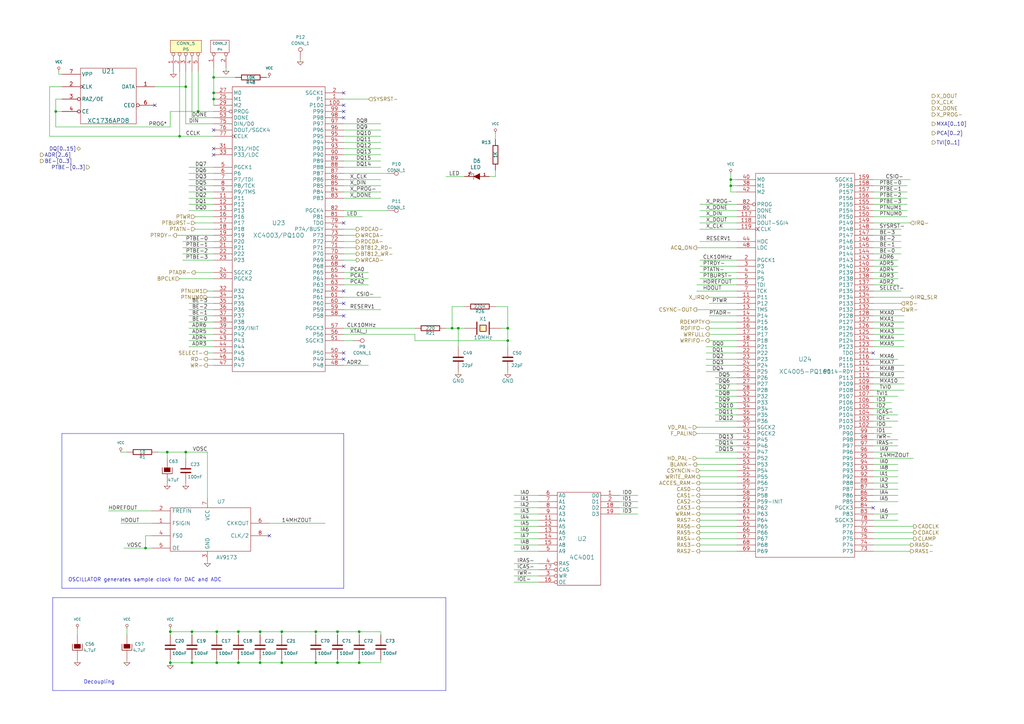
<source format=kicad_sch>
(kicad_sch (version 20200310) (host eeschema "(5.99.0-1545-g9916f24fa)")
  (page "A3")
  (title_block (title "Video") (date "Sun 22 Mar 2015") (rev "2.0B") (company "Kicad EDA") (comment 1 "Xilinxs"))
  (junction (at 147.32 271.78))
  (junction (at 299.72 76.2))
  (junction (at 68.58 185.42))
  (junction (at 299.72 73.66))
  (junction (at 138.43 271.78))
  (junction (at 129.54 259.08))
  (junction (at 78.74 271.78))
  (junction (at 76.2 35.56))
  (junction (at 106.68 259.08))
  (junction (at 115.57 259.08))
  (junction (at 88.9 259.08))
  (junction (at 208.28 139.7))
  (junction (at 88.9 271.78))
  (junction (at 76.2 185.42))
  (junction (at 87.63 31.75))
  (junction (at 106.68 271.78))
  (junction (at 69.85 259.08))
  (junction (at 97.79 259.08))
  (junction (at 69.85 271.78))
  (junction (at 81.28 45.72))
  (junction (at 185.42 134.62))
  (junction (at 138.43 259.08))
  (junction (at 87.63 40.64))
  (junction (at 115.57 271.78))
  (junction (at 187.96 134.62))
  (junction (at 78.74 259.08))
  (junction (at 129.54 271.78))
  (junction (at 147.32 259.08))
  (junction (at 59.69 224.79))
  (junction (at 97.79 271.78))
  (junction (at 87.63 38.1))
  (junction (at 208.28 134.62))
  (junction (at 22.86 45.72))
  (junction (at 73.66 55.88))
  (no_connect (at 140.97 124.46))
  (no_connect (at 140.97 129.54))
  (no_connect (at 140.97 119.38))
  (no_connect (at 140.97 144.78))
  (no_connect (at 87.63 63.5))
  (no_connect (at 140.97 48.26))
  (no_connect (at 358.14 144.78))
  (no_connect (at 140.97 147.32))
  (no_connect (at 63.5 43.18))
  (no_connect (at 140.97 38.1))
  (no_connect (at 358.14 208.28))
  (no_connect (at 87.63 53.34))
  (no_connect (at 110.49 219.71))
  (no_connect (at 140.97 109.22))
  (no_connect (at 140.97 43.18))
  (no_connect (at 87.63 60.96))
  (no_connect (at 140.97 91.44))
  (no_connect (at 140.97 45.72))
  (wire (pts (xy 20.32 35.56) (xy 20.32 55.88)))
  (wire (pts (xy 20.32 55.88) (xy 73.66 55.88)))
  (wire (pts (xy 22.86 40.64) (xy 22.86 45.72)))
  (wire (pts (xy 22.86 45.72) (xy 22.86 52.07)))
  (wire (pts (xy 22.86 52.07) (xy 69.85 52.07)))
  (wire (pts (xy 24.13 29.21) (xy 24.13 30.48)))
  (wire (pts (xy 24.13 30.48) (xy 25.4 30.48)))
  (wire (pts (xy 25.4 35.56) (xy 20.32 35.56)))
  (wire (pts (xy 25.4 40.64) (xy 22.86 40.64)))
  (wire (pts (xy 25.4 45.72) (xy 22.86 45.72)))
  (wire (pts (xy 31.75 257.81) (xy 31.75 260.35)))
  (wire (pts (xy 31.75 271.78) (xy 31.75 270.51)))
  (wire (pts (xy 44.45 209.55) (xy 62.23 209.55)))
  (wire (pts (xy 49.53 214.63) (xy 62.23 214.63)))
  (wire (pts (xy 50.8 224.79) (xy 59.69 224.79)))
  (wire (pts (xy 52.07 185.42) (xy 49.53 185.42)))
  (wire (pts (xy 52.07 257.81) (xy 52.07 260.35)))
  (wire (pts (xy 52.07 271.78) (xy 52.07 270.51)))
  (wire (pts (xy 59.69 219.71) (xy 62.23 219.71)))
  (wire (pts (xy 59.69 224.79) (xy 59.69 219.71)))
  (wire (pts (xy 59.69 224.79) (xy 62.23 224.79)))
  (wire (pts (xy 63.5 35.56) (xy 76.2 35.56)))
  (wire (pts (xy 64.77 185.42) (xy 68.58 185.42)))
  (wire (pts (xy 68.58 185.42) (xy 68.58 187.96)))
  (wire (pts (xy 68.58 185.42) (xy 76.2 185.42)))
  (wire (pts (xy 68.58 199.39) (xy 68.58 198.12)))
  (wire (pts (xy 69.85 45.72) (xy 81.28 45.72)))
  (wire (pts (xy 69.85 52.07) (xy 69.85 45.72)))
  (wire (pts (xy 69.85 257.81) (xy 69.85 259.08)))
  (wire (pts (xy 69.85 259.08) (xy 69.85 260.35)))
  (wire (pts (xy 69.85 259.08) (xy 78.74 259.08)))
  (wire (pts (xy 69.85 270.51) (xy 69.85 271.78)))
  (wire (pts (xy 69.85 271.78) (xy 69.85 273.05)))
  (wire (pts (xy 69.85 271.78) (xy 78.74 271.78)))
  (wire (pts (xy 71.12 30.48) (xy 71.12 29.21)))
  (wire (pts (xy 72.39 96.52) (xy 87.63 96.52)))
  (wire (pts (xy 73.66 29.21) (xy 73.66 55.88)))
  (wire (pts (xy 73.66 55.88) (xy 87.63 55.88)))
  (wire (pts (xy 76.2 29.21) (xy 76.2 35.56)))
  (wire (pts (xy 76.2 35.56) (xy 76.2 50.8)))
  (wire (pts (xy 76.2 50.8) (xy 87.63 50.8)))
  (wire (pts (xy 76.2 185.42) (xy 76.2 187.96)))
  (wire (pts (xy 76.2 185.42) (xy 85.09 185.42)))
  (wire (pts (xy 76.2 199.39) (xy 76.2 198.12)))
  (wire (pts (xy 77.47 68.58) (xy 87.63 68.58)))
  (wire (pts (xy 77.47 71.12) (xy 87.63 71.12)))
  (wire (pts (xy 77.47 73.66) (xy 87.63 73.66)))
  (wire (pts (xy 77.47 76.2) (xy 87.63 76.2)))
  (wire (pts (xy 77.47 78.74) (xy 87.63 78.74)))
  (wire (pts (xy 77.47 81.28) (xy 87.63 81.28)))
  (wire (pts (xy 77.47 83.82) (xy 87.63 83.82)))
  (wire (pts (xy 77.47 86.36) (xy 87.63 86.36)))
  (wire (pts (xy 78.74 29.21) (xy 78.74 48.26)))
  (wire (pts (xy 78.74 48.26) (xy 87.63 48.26)))
  (wire (pts (xy 78.74 259.08) (xy 88.9 259.08)))
  (wire (pts (xy 78.74 260.35) (xy 78.74 259.08)))
  (wire (pts (xy 78.74 270.51) (xy 78.74 271.78)))
  (wire (pts (xy 78.74 271.78) (xy 88.9 271.78)))
  (wire (pts (xy 80.01 88.9) (xy 87.63 88.9)))
  (wire (pts (xy 80.01 91.44) (xy 87.63 91.44)))
  (wire (pts (xy 80.01 93.98) (xy 87.63 93.98)))
  (wire (pts (xy 80.01 111.76) (xy 87.63 111.76)))
  (wire (pts (xy 81.28 29.21) (xy 81.28 45.72)))
  (wire (pts (xy 81.28 45.72) (xy 87.63 45.72)))
  (wire (pts (xy 85.09 119.38) (xy 87.63 119.38)))
  (wire (pts (xy 85.09 121.92) (xy 87.63 121.92)))
  (wire (pts (xy 85.09 144.78) (xy 87.63 144.78)))
  (wire (pts (xy 85.09 147.32) (xy 87.63 147.32)))
  (wire (pts (xy 85.09 149.86) (xy 87.63 149.86)))
  (wire (pts (xy 85.09 185.42) (xy 85.09 204.47)))
  (wire (pts (xy 85.09 229.87) (xy 85.09 231.14)))
  (wire (pts (xy 87.63 27.94) (xy 87.63 31.75)))
  (wire (pts (xy 87.63 31.75) (xy 87.63 38.1)))
  (wire (pts (xy 87.63 38.1) (xy 87.63 40.64)))
  (wire (pts (xy 87.63 40.64) (xy 87.63 43.18)))
  (wire (pts (xy 87.63 99.06) (xy 74.93 99.06)))
  (wire (pts (xy 87.63 101.6) (xy 74.93 101.6)))
  (wire (pts (xy 87.63 104.14) (xy 74.93 104.14)))
  (wire (pts (xy 87.63 106.68) (xy 74.93 106.68)))
  (wire (pts (xy 87.63 114.3) (xy 73.66 114.3)))
  (wire (pts (xy 87.63 124.46) (xy 77.47 124.46)))
  (wire (pts (xy 87.63 127) (xy 77.47 127)))
  (wire (pts (xy 87.63 129.54) (xy 77.47 129.54)))
  (wire (pts (xy 87.63 132.08) (xy 77.47 132.08)))
  (wire (pts (xy 87.63 134.62) (xy 77.47 134.62)))
  (wire (pts (xy 87.63 137.16) (xy 77.47 137.16)))
  (wire (pts (xy 87.63 139.7) (xy 77.47 139.7)))
  (wire (pts (xy 87.63 142.24) (xy 77.47 142.24)))
  (wire (pts (xy 88.9 259.08) (xy 88.9 260.35)))
  (wire (pts (xy 88.9 259.08) (xy 97.79 259.08)))
  (wire (pts (xy 88.9 270.51) (xy 88.9 271.78)))
  (wire (pts (xy 88.9 271.78) (xy 97.79 271.78)))
  (wire (pts (xy 92.71 29.21) (xy 92.71 27.94)))
  (wire (pts (xy 96.52 31.75) (xy 87.63 31.75)))
  (wire (pts (xy 97.79 259.08) (xy 106.68 259.08)))
  (wire (pts (xy 97.79 260.35) (xy 97.79 259.08)))
  (wire (pts (xy 97.79 270.51) (xy 97.79 271.78)))
  (wire (pts (xy 97.79 271.78) (xy 106.68 271.78)))
  (wire (pts (xy 106.68 259.08) (xy 106.68 260.35)))
  (wire (pts (xy 106.68 259.08) (xy 115.57 259.08)))
  (wire (pts (xy 106.68 270.51) (xy 106.68 271.78)))
  (wire (pts (xy 106.68 271.78) (xy 115.57 271.78)))
  (wire (pts (xy 110.49 31.75) (xy 109.22 31.75)))
  (wire (pts (xy 110.49 214.63) (xy 133.35 214.63)))
  (wire (pts (xy 115.57 259.08) (xy 115.57 260.35)))
  (wire (pts (xy 115.57 259.08) (xy 129.54 259.08)))
  (wire (pts (xy 115.57 270.51) (xy 115.57 271.78)))
  (wire (pts (xy 115.57 271.78) (xy 129.54 271.78)))
  (wire (pts (xy 123.19 24.13) (xy 123.19 25.4)))
  (wire (pts (xy 129.54 259.08) (xy 129.54 260.35)))
  (wire (pts (xy 129.54 259.08) (xy 138.43 259.08)))
  (wire (pts (xy 129.54 271.78) (xy 129.54 270.51)))
  (wire (pts (xy 129.54 271.78) (xy 138.43 271.78)))
  (wire (pts (xy 138.43 259.08) (xy 138.43 260.35)))
  (wire (pts (xy 138.43 259.08) (xy 147.32 259.08)))
  (wire (pts (xy 138.43 271.78) (xy 138.43 270.51)))
  (wire (pts (xy 138.43 271.78) (xy 147.32 271.78)))
  (wire (pts (xy 140.97 50.8) (xy 156.21 50.8)))
  (wire (pts (xy 140.97 53.34) (xy 156.21 53.34)))
  (wire (pts (xy 140.97 55.88) (xy 156.21 55.88)))
  (wire (pts (xy 140.97 58.42) (xy 156.21 58.42)))
  (wire (pts (xy 140.97 60.96) (xy 156.21 60.96)))
  (wire (pts (xy 140.97 63.5) (xy 156.21 63.5)))
  (wire (pts (xy 140.97 66.04) (xy 156.21 66.04)))
  (wire (pts (xy 140.97 68.58) (xy 156.21 68.58)))
  (wire (pts (xy 140.97 71.12) (xy 158.75 71.12)))
  (wire (pts (xy 140.97 73.66) (xy 156.21 73.66)))
  (wire (pts (xy 140.97 76.2) (xy 156.21 76.2)))
  (wire (pts (xy 140.97 78.74) (xy 156.21 78.74)))
  (wire (pts (xy 140.97 81.28) (xy 156.21 81.28)))
  (wire (pts (xy 140.97 86.36) (xy 158.75 86.36)))
  (wire (pts (xy 140.97 88.9) (xy 148.59 88.9)))
  (wire (pts (xy 140.97 93.98) (xy 146.05 93.98)))
  (wire (pts (xy 140.97 96.52) (xy 146.05 96.52)))
  (wire (pts (xy 140.97 99.06) (xy 146.05 99.06)))
  (wire (pts (xy 140.97 101.6) (xy 146.05 101.6)))
  (wire (pts (xy 140.97 104.14) (xy 146.05 104.14)))
  (wire (pts (xy 140.97 106.68) (xy 146.05 106.68)))
  (wire (pts (xy 140.97 111.76) (xy 151.13 111.76)))
  (wire (pts (xy 140.97 114.3) (xy 151.13 114.3)))
  (wire (pts (xy 140.97 116.84) (xy 151.13 116.84)))
  (wire (pts (xy 140.97 121.92) (xy 156.21 121.92)))
  (wire (pts (xy 140.97 134.62) (xy 170.18 134.62)))
  (wire (pts (xy 140.97 139.7) (xy 144.78 139.7)))
  (wire (pts (xy 147.32 259.08) (xy 147.32 260.35)))
  (wire (pts (xy 147.32 259.08) (xy 156.21 259.08)))
  (wire (pts (xy 147.32 271.78) (xy 147.32 270.51)))
  (wire (pts (xy 147.32 271.78) (xy 156.21 271.78)))
  (wire (pts (xy 151.13 40.64) (xy 140.97 40.64)))
  (wire (pts (xy 151.13 149.86) (xy 140.97 149.86)))
  (wire (pts (xy 156.21 127) (xy 140.97 127)))
  (wire (pts (xy 156.21 259.08) (xy 156.21 260.35)))
  (wire (pts (xy 156.21 271.78) (xy 156.21 270.51)))
  (wire (pts (xy 170.18 137.16) (xy 140.97 137.16)))
  (wire (pts (xy 170.18 139.7) (xy 170.18 137.16)))
  (wire (pts (xy 182.88 72.39) (xy 190.5 72.39)))
  (wire (pts (xy 182.88 134.62) (xy 185.42 134.62)))
  (wire (pts (xy 185.42 125.73) (xy 185.42 134.62)))
  (wire (pts (xy 185.42 125.73) (xy 190.5 125.73)))
  (wire (pts (xy 185.42 134.62) (xy 187.96 134.62)))
  (wire (pts (xy 187.96 134.62) (xy 187.96 142.24)))
  (wire (pts (xy 187.96 134.62) (xy 190.5 134.62)))
  (wire (pts (xy 187.96 153.67) (xy 187.96 152.4)))
  (wire (pts (xy 200.66 72.39) (xy 203.2 72.39)))
  (wire (pts (xy 203.2 54.61) (xy 203.2 57.15)))
  (wire (pts (xy 203.2 72.39) (xy 203.2 69.85)))
  (wire (pts (xy 203.2 125.73) (xy 208.28 125.73)))
  (wire (pts (xy 205.74 134.62) (xy 208.28 134.62)))
  (wire (pts (xy 208.28 125.73) (xy 208.28 134.62)))
  (wire (pts (xy 208.28 134.62) (xy 208.28 139.7)))
  (wire (pts (xy 208.28 139.7) (xy 170.18 139.7)))
  (wire (pts (xy 208.28 139.7) (xy 208.28 142.24)))
  (wire (pts (xy 208.28 152.4) (xy 208.28 153.67)))
  (wire (pts (xy 220.98 203.2) (xy 210.82 203.2)))
  (wire (pts (xy 220.98 205.74) (xy 210.82 205.74)))
  (wire (pts (xy 220.98 208.28) (xy 210.82 208.28)))
  (wire (pts (xy 220.98 210.82) (xy 210.82 210.82)))
  (wire (pts (xy 220.98 213.36) (xy 210.82 213.36)))
  (wire (pts (xy 220.98 215.9) (xy 210.82 215.9)))
  (wire (pts (xy 220.98 218.44) (xy 210.82 218.44)))
  (wire (pts (xy 220.98 220.98) (xy 210.82 220.98)))
  (wire (pts (xy 220.98 223.52) (xy 210.82 223.52)))
  (wire (pts (xy 220.98 226.06) (xy 210.82 226.06)))
  (wire (pts (xy 220.98 231.14) (xy 210.82 231.14)))
  (wire (pts (xy 220.98 233.68) (xy 210.82 233.68)))
  (wire (pts (xy 220.98 236.22) (xy 210.82 236.22)))
  (wire (pts (xy 220.98 238.76) (xy 210.82 238.76)))
  (wire (pts (xy 254 203.2) (xy 261.62 203.2)))
  (wire (pts (xy 254 205.74) (xy 261.62 205.74)))
  (wire (pts (xy 254 208.28) (xy 261.62 208.28)))
  (wire (pts (xy 254 210.82) (xy 261.62 210.82)))
  (wire (pts (xy 285.75 101.6) (xy 302.26 101.6)))
  (wire (pts (xy 285.75 116.84) (xy 302.26 116.84)))
  (wire (pts (xy 285.75 119.38) (xy 302.26 119.38)))
  (wire (pts (xy 285.75 127) (xy 302.26 127)))
  (wire (pts (xy 285.75 175.26) (xy 302.26 175.26)))
  (wire (pts (xy 285.75 177.8) (xy 302.26 177.8)))
  (wire (pts (xy 285.75 187.96) (xy 302.26 187.96)))
  (wire (pts (xy 285.75 190.5) (xy 302.26 190.5)))
  (wire (pts (xy 287.02 83.82) (xy 302.26 83.82)))
  (wire (pts (xy 287.02 86.36) (xy 302.26 86.36)))
  (wire (pts (xy 287.02 88.9) (xy 302.26 88.9)))
  (wire (pts (xy 287.02 91.44) (xy 302.26 91.44)))
  (wire (pts (xy 287.02 93.98) (xy 302.26 93.98)))
  (wire (pts (xy 287.02 106.68) (xy 302.26 106.68)))
  (wire (pts (xy 287.02 193.04) (xy 302.26 193.04)))
  (wire (pts (xy 287.02 195.58) (xy 302.26 195.58)))
  (wire (pts (xy 287.02 198.12) (xy 302.26 198.12)))
  (wire (pts (xy 287.02 200.66) (xy 302.26 200.66)))
  (wire (pts (xy 287.02 203.2) (xy 302.26 203.2)))
  (wire (pts (xy 287.02 205.74) (xy 302.26 205.74)))
  (wire (pts (xy 287.02 208.28) (xy 302.26 208.28)))
  (wire (pts (xy 287.02 210.82) (xy 302.26 210.82)))
  (wire (pts (xy 287.02 213.36) (xy 302.26 213.36)))
  (wire (pts (xy 287.02 215.9) (xy 302.26 215.9)))
  (wire (pts (xy 287.02 218.44) (xy 302.26 218.44)))
  (wire (pts (xy 287.02 220.98) (xy 302.26 220.98)))
  (wire (pts (xy 287.02 223.52) (xy 302.26 223.52)))
  (wire (pts (xy 287.02 226.06) (xy 302.26 226.06)))
  (wire (pts (xy 290.83 134.62) (xy 302.26 134.62)))
  (wire (pts (xy 290.83 139.7) (xy 302.26 139.7)))
  (wire (pts (xy 293.37 160.02) (xy 302.26 160.02)))
  (wire (pts (xy 293.37 162.56) (xy 302.26 162.56)))
  (wire (pts (xy 293.37 165.1) (xy 302.26 165.1)))
  (wire (pts (xy 293.37 167.64) (xy 302.26 167.64)))
  (wire (pts (xy 293.37 170.18) (xy 302.26 170.18)))
  (wire (pts (xy 293.37 172.72) (xy 302.26 172.72)))
  (wire (pts (xy 293.37 180.34) (xy 302.26 180.34)))
  (wire (pts (xy 293.37 182.88) (xy 302.26 182.88)))
  (wire (pts (xy 293.37 185.42) (xy 302.26 185.42)))
  (wire (pts (xy 299.72 71.12) (xy 299.72 73.66)))
  (wire (pts (xy 299.72 73.66) (xy 299.72 76.2)))
  (wire (pts (xy 299.72 73.66) (xy 302.26 73.66)))
  (wire (pts (xy 299.72 76.2) (xy 299.72 78.74)))
  (wire (pts (xy 299.72 76.2) (xy 302.26 76.2)))
  (wire (pts (xy 299.72 78.74) (xy 302.26 78.74)))
  (wire (pts (xy 302.26 99.06) (xy 287.02 99.06)))
  (wire (pts (xy 302.26 109.22) (xy 287.02 109.22)))
  (wire (pts (xy 302.26 111.76) (xy 287.02 111.76)))
  (wire (pts (xy 302.26 114.3) (xy 287.02 114.3)))
  (wire (pts (xy 302.26 121.92) (xy 290.83 121.92)))
  (wire (pts (xy 302.26 124.46) (xy 290.83 124.46)))
  (wire (pts (xy 302.26 129.54) (xy 290.83 129.54)))
  (wire (pts (xy 302.26 132.08) (xy 290.83 132.08)))
  (wire (pts (xy 302.26 137.16) (xy 290.83 137.16)))
  (wire (pts (xy 302.26 142.24) (xy 289.56 142.24)))
  (wire (pts (xy 302.26 144.78) (xy 289.56 144.78)))
  (wire (pts (xy 302.26 147.32) (xy 289.56 147.32)))
  (wire (pts (xy 302.26 149.86) (xy 289.56 149.86)))
  (wire (pts (xy 302.26 152.4) (xy 289.56 152.4)))
  (wire (pts (xy 302.26 154.94) (xy 293.37 154.94)))
  (wire (pts (xy 302.26 157.48) (xy 293.37 157.48)))
  (wire (pts (xy 358.14 73.66) (xy 373.38 73.66)))
  (wire (pts (xy 358.14 91.44) (xy 373.38 91.44)))
  (wire (pts (xy 358.14 106.68) (xy 368.3 106.68)))
  (wire (pts (xy 358.14 119.38) (xy 369.57 119.38)))
  (wire (pts (xy 358.14 121.92) (xy 373.38 121.92)))
  (wire (pts (xy 358.14 124.46) (xy 369.57 124.46)))
  (wire (pts (xy 358.14 127) (xy 369.57 127)))
  (wire (pts (xy 358.14 129.54) (xy 370.84 129.54)))
  (wire (pts (xy 358.14 132.08) (xy 370.84 132.08)))
  (wire (pts (xy 358.14 134.62) (xy 370.84 134.62)))
  (wire (pts (xy 358.14 137.16) (xy 370.84 137.16)))
  (wire (pts (xy 358.14 139.7) (xy 370.84 139.7)))
  (wire (pts (xy 358.14 142.24) (xy 370.84 142.24)))
  (wire (pts (xy 358.14 147.32) (xy 368.3 147.32)))
  (wire (pts (xy 358.14 149.86) (xy 370.84 149.86)))
  (wire (pts (xy 358.14 152.4) (xy 370.84 152.4)))
  (wire (pts (xy 358.14 154.94) (xy 370.84 154.94)))
  (wire (pts (xy 358.14 157.48) (xy 370.84 157.48)))
  (wire (pts (xy 358.14 160.02) (xy 370.84 160.02)))
  (wire (pts (xy 358.14 162.56) (xy 368.3 162.56)))
  (wire (pts (xy 358.14 165.1) (xy 365.76 165.1)))
  (wire (pts (xy 358.14 167.64) (xy 365.76 167.64)))
  (wire (pts (xy 358.14 175.26) (xy 365.76 175.26)))
  (wire (pts (xy 358.14 177.8) (xy 365.76 177.8)))
  (wire (pts (xy 358.14 187.96) (xy 374.65 187.96)))
  (wire (pts (xy 358.14 215.9) (xy 374.65 215.9)))
  (wire (pts (xy 358.14 218.44) (xy 374.65 218.44)))
  (wire (pts (xy 358.14 220.98) (xy 374.65 220.98)))
  (wire (pts (xy 358.14 223.52) (xy 373.38 223.52)))
  (wire (pts (xy 358.14 226.06) (xy 373.38 226.06)))
  (wire (pts (xy 368.3 109.22) (xy 358.14 109.22)))
  (wire (pts (xy 368.3 111.76) (xy 358.14 111.76)))
  (wire (pts (xy 368.3 114.3) (xy 358.14 114.3)))
  (wire (pts (xy 368.3 116.84) (xy 358.14 116.84)))
  (wire (pts (xy 368.3 170.18) (xy 358.14 170.18)))
  (wire (pts (xy 368.3 172.72) (xy 358.14 172.72)))
  (wire (pts (xy 368.3 180.34) (xy 358.14 180.34)))
  (wire (pts (xy 368.3 182.88) (xy 358.14 182.88)))
  (wire (pts (xy 368.3 185.42) (xy 358.14 185.42)))
  (wire (pts (xy 368.3 190.5) (xy 358.14 190.5)))
  (wire (pts (xy 368.3 193.04) (xy 358.14 193.04)))
  (wire (pts (xy 368.3 195.58) (xy 358.14 195.58)))
  (wire (pts (xy 368.3 198.12) (xy 358.14 198.12)))
  (wire (pts (xy 368.3 200.66) (xy 358.14 200.66)))
  (wire (pts (xy 368.3 203.2) (xy 358.14 203.2)))
  (wire (pts (xy 368.3 205.74) (xy 358.14 205.74)))
  (wire (pts (xy 368.3 210.82) (xy 358.14 210.82)))
  (wire (pts (xy 368.3 213.36) (xy 358.14 213.36)))
  (wire (pts (xy 369.57 93.98) (xy 358.14 93.98)))
  (wire (pts (xy 369.57 96.52) (xy 358.14 96.52)))
  (wire (pts (xy 369.57 99.06) (xy 358.14 99.06)))
  (wire (pts (xy 369.57 101.6) (xy 358.14 101.6)))
  (wire (pts (xy 369.57 104.14) (xy 358.14 104.14)))
  (wire (pts (xy 372.11 76.2) (xy 358.14 76.2)))
  (wire (pts (xy 372.11 78.74) (xy 358.14 78.74)))
  (wire (pts (xy 372.11 81.28) (xy 358.14 81.28)))
  (wire (pts (xy 372.11 83.82) (xy 358.14 83.82)))
  (wire (pts (xy 372.11 86.36) (xy 358.14 86.36)))
  (wire (pts (xy 372.11 88.9) (xy 358.14 88.9)))
  (polyline (pts (xy 21.59 245.11) (xy 182.88 245.11)))
  (polyline (pts (xy 21.59 283.21) (xy 21.59 245.11)))
  (polyline (pts (xy 21.59 283.21) (xy 182.88 283.21)))
  (polyline (pts (xy 25.4 177.8) (xy 140.97 177.8)))
  (polyline (pts (xy 25.4 241.3) (xy 25.4 177.8)))
  (polyline (pts (xy 25.4 241.3) (xy 140.97 241.3)))
  (polyline (pts (xy 140.97 241.3) (xy 140.97 177.8)))
  (polyline (pts (xy 182.88 283.21) (xy 182.88 245.11)))
  (text "OSCILLATOR generates sample clock for DAC and ADC" (at 27.94 238.76 0) (effects (font (size 1.524 1.524)) (justify left bottom)))
  (text "Decoupling" (at 34.29 280.67 0) (effects (font (size 1.524 1.524)) (justify left bottom)))
  (label "HDREFOUT" (at 44.45 209.55 0) (effects (font (size 1.524 1.524))))
  (label "HDOUT" (at 49.53 214.63 0) (effects (font (size 1.524 1.524))))
  (label "VOSC" (at 52.07 224.79 0) (effects (font (size 1.524 1.524))))
  (label "PROG*" (at 60.96 52.07 0) (effects (font (size 1.524 1.524))))
  (label "CCLK" (at 76.2 55.88 0) (effects (font (size 1.524 1.524))))
  (label "PTBE-0" (at 76.2 99.06 0) (effects (font (size 1.524 1.524))))
  (label "PTBE-1" (at 76.2 101.6 0) (effects (font (size 1.524 1.524))))
  (label "PTBE-2" (at 76.2 104.14 0) (effects (font (size 1.524 1.524))))
  (label "PTBE-3" (at 76.2 106.68 0) (effects (font (size 1.524 1.524))))
  (label "DIN" (at 77.47 50.8 0) (effects (font (size 1.524 1.524))))
  (label "DONE" (at 78.74 48.26 0) (effects (font (size 1.524 1.524))))
  (label "BE-3" (at 78.74 124.46 0) (effects (font (size 1.524 1.524))))
  (label "BE-2" (at 78.74 127 0) (effects (font (size 1.524 1.524))))
  (label "BE-1" (at 78.74 129.54 0) (effects (font (size 1.524 1.524))))
  (label "BE-0" (at 78.74 132.08 0) (effects (font (size 1.524 1.524))))
  (label "ADR6" (at 78.74 134.62 0) (effects (font (size 1.524 1.524))))
  (label "ADR5" (at 78.74 137.16 0) (effects (font (size 1.524 1.524))))
  (label "ADR4" (at 78.74 139.7 0) (effects (font (size 1.524 1.524))))
  (label "ADR3" (at 78.74 142.24 0) (effects (font (size 1.524 1.524))))
  (label "DQ7" (at 80.01 68.58 0) (effects (font (size 1.524 1.524))))
  (label "DQ6" (at 80.01 71.12 0) (effects (font (size 1.524 1.524))))
  (label "DQ3" (at 80.01 73.66 0) (effects (font (size 1.524 1.524))))
  (label "DQ5" (at 80.01 76.2 0) (effects (font (size 1.524 1.524))))
  (label "DQ4" (at 80.01 78.74 0) (effects (font (size 1.524 1.524))))
  (label "DQ2" (at 80.01 81.28 0) (effects (font (size 1.524 1.524))))
  (label "DQ1" (at 80.01 83.82 0) (effects (font (size 1.524 1.524))))
  (label "DQ0" (at 80.01 86.36 0) (effects (font (size 1.524 1.524))))
  (label "VOSC" (at 85.09 185.42 180) (effects (font (size 1.524 1.524))))
  (label "14MHZOUT" (at 115.57 214.63 0) (effects (font (size 1.524 1.524))))
  (label "LED" (at 142.24 88.9 0) (effects (font (size 1.524 1.524))))
  (label "CLK10MHz" (at 142.24 134.62 0) (effects (font (size 1.524 1.524))))
  (label "ADR2" (at 142.24 149.86 0) (effects (font (size 1.524 1.524))))
  (label "X_CLK" (at 143.51 73.66 0) (effects (font (size 1.524 1.524))))
  (label "X_DIN" (at 143.51 76.2 0) (effects (font (size 1.524 1.524))))
  (label "X_PROG-" (at 143.51 78.74 0) (effects (font (size 1.524 1.524))))
  (label "X_DONE" (at 143.51 81.28 0) (effects (font (size 1.524 1.524))))
  (label "PCA0" (at 143.51 111.76 0) (effects (font (size 1.524 1.524))))
  (label "PCA1" (at 143.51 114.3 0) (effects (font (size 1.524 1.524))))
  (label "PCA2" (at 143.51 116.84 0) (effects (font (size 1.524 1.524))))
  (label "RESERV1" (at 143.51 127 0) (effects (font (size 1.524 1.524))))
  (label "XTAL_I" (at 143.51 137.16 0) (effects (font (size 1.524 1.524))))
  (label "DQ8" (at 146.05 50.8 0) (effects (font (size 1.524 1.524))))
  (label "DQ9" (at 146.05 53.34 0) (effects (font (size 1.524 1.524))))
  (label "DQ10" (at 146.05 55.88 0) (effects (font (size 1.524 1.524))))
  (label "DQ11" (at 146.05 58.42 0) (effects (font (size 1.524 1.524))))
  (label "DQ12" (at 146.05 60.96 0) (effects (font (size 1.524 1.524))))
  (label "DQ13" (at 146.05 63.5 0) (effects (font (size 1.524 1.524))))
  (label "DQ15" (at 146.05 66.04 0) (effects (font (size 1.524 1.524))))
  (label "DQ14" (at 146.05 68.58 0) (effects (font (size 1.524 1.524))))
  (label "CSIO-" (at 146.05 121.92 0) (effects (font (size 1.524 1.524))))
  (label "LED" (at 184.15 72.39 0) (effects (font (size 1.524 1.524))))
  (label "IRAS-" (at 212.09 231.14 0) (effects (font (size 1.524 1.524))))
  (label "ICAS-" (at 212.09 233.68 0) (effects (font (size 1.524 1.524))))
  (label "IWR-" (at 212.09 236.22 0) (effects (font (size 1.524 1.524))))
  (label "IOE-" (at 212.09 238.76 0) (effects (font (size 1.524 1.524))))
  (label "IA0" (at 213.36 203.2 0) (effects (font (size 1.524 1.524))))
  (label "IA1" (at 213.36 205.74 0) (effects (font (size 1.524 1.524))))
  (label "IA2" (at 213.36 208.28 0) (effects (font (size 1.524 1.524))))
  (label "IA3" (at 213.36 210.82 0) (effects (font (size 1.524 1.524))))
  (label "IA4" (at 213.36 213.36 0) (effects (font (size 1.524 1.524))))
  (label "IA5" (at 213.36 215.9 0) (effects (font (size 1.524 1.524))))
  (label "IA6" (at 213.36 218.44 0) (effects (font (size 1.524 1.524))))
  (label "IA7" (at 213.36 220.98 0) (effects (font (size 1.524 1.524))))
  (label "IA8" (at 213.36 223.52 0) (effects (font (size 1.524 1.524))))
  (label "IA9" (at 213.36 226.06 0) (effects (font (size 1.524 1.524))))
  (label "ID0" (at 255.27 203.2 0) (effects (font (size 1.524 1.524))))
  (label "ID1" (at 255.27 205.74 0) (effects (font (size 1.524 1.524))))
  (label "ID2" (at 255.27 208.28 0) (effects (font (size 1.524 1.524))))
  (label "ID3" (at 255.27 210.82 0) (effects (font (size 1.524 1.524))))
  (label "CLK10MHz" (at 288.29 106.68 0) (effects (font (size 1.524 1.524))))
  (label "PTRDY-" (at 288.29 109.22 0) (effects (font (size 1.524 1.524))))
  (label "PTATN-" (at 288.29 111.76 0) (effects (font (size 1.524 1.524))))
  (label "PTBURST-" (at 288.29 114.3 0) (effects (font (size 1.524 1.524))))
  (label "HDREFOUT" (at 288.29 116.84 0) (effects (font (size 1.524 1.524))))
  (label "HDOUT" (at 288.29 119.38 0) (effects (font (size 1.524 1.524))))
  (label "X_PROG-" (at 289.56 83.82 0) (effects (font (size 1.524 1.524))))
  (label "X_DONE" (at 289.56 86.36 0) (effects (font (size 1.524 1.524))))
  (label "X_DIN" (at 289.56 88.9 0) (effects (font (size 1.524 1.524))))
  (label "X_DOUT" (at 289.56 91.44 0) (effects (font (size 1.524 1.524))))
  (label "X_CLK" (at 289.56 93.98 0) (effects (font (size 1.524 1.524))))
  (label "RESERV1" (at 289.56 99.06 0) (effects (font (size 1.524 1.524))))
  (label "PTADR-" (at 290.83 129.54 0) (effects (font (size 1.524 1.524))))
  (label "PTWR" (at 292.1 124.46 0) (effects (font (size 1.524 1.524))))
  (label "DQ0" (at 292.1 142.24 0) (effects (font (size 1.524 1.524))))
  (label "DQ1" (at 292.1 144.78 0) (effects (font (size 1.524 1.524))))
  (label "DQ2" (at 292.1 147.32 0) (effects (font (size 1.524 1.524))))
  (label "DQ3" (at 292.1 149.86 0) (effects (font (size 1.524 1.524))))
  (label "DQ4" (at 292.1 152.4 0) (effects (font (size 1.524 1.524))))
  (label "DQ5" (at 294.64 154.94 0) (effects (font (size 1.524 1.524))))
  (label "DQ6" (at 294.64 157.48 0) (effects (font (size 1.524 1.524))))
  (label "DQ7" (at 294.64 160.02 0) (effects (font (size 1.524 1.524))))
  (label "DQ8" (at 294.64 162.56 0) (effects (font (size 1.524 1.524))))
  (label "DQ9" (at 294.64 165.1 0) (effects (font (size 1.524 1.524))))
  (label "DQ10" (at 294.64 167.64 0) (effects (font (size 1.524 1.524))))
  (label "DQ11" (at 294.64 170.18 0) (effects (font (size 1.524 1.524))))
  (label "DQ12" (at 294.64 172.72 0) (effects (font (size 1.524 1.524))))
  (label "DQ13" (at 294.64 180.34 0) (effects (font (size 1.524 1.524))))
  (label "DQ14" (at 294.64 182.88 0) (effects (font (size 1.524 1.524))))
  (label "DQ15" (at 294.64 185.42 0) (effects (font (size 1.524 1.524))))
  (label "TVI1" (at 359.41 162.56 0) (effects (font (size 1.524 1.524))))
  (label "ID3" (at 359.41 165.1 0) (effects (font (size 1.524 1.524))))
  (label "ID2" (at 359.41 167.64 0) (effects (font (size 1.524 1.524))))
  (label "ICAS-" (at 359.41 170.18 0) (effects (font (size 1.524 1.524))))
  (label "IOE-" (at 359.41 172.72 0) (effects (font (size 1.524 1.524))))
  (label "ID0" (at 359.41 175.26 0) (effects (font (size 1.524 1.524))))
  (label "ID1" (at 359.41 177.8 0) (effects (font (size 1.524 1.524))))
  (label "IWR-" (at 359.41 180.34 0) (effects (font (size 1.524 1.524))))
  (label "IRAS-" (at 359.41 182.88 0) (effects (font (size 1.524 1.524))))
  (label "PTBE-0" (at 360.68 76.2 0) (effects (font (size 1.524 1.524))))
  (label "PTBE-1" (at 360.68 78.74 0) (effects (font (size 1.524 1.524))))
  (label "PTBE-2" (at 360.68 81.28 0) (effects (font (size 1.524 1.524))))
  (label "PTBE-3" (at 360.68 83.82 0) (effects (font (size 1.524 1.524))))
  (label "PTNUM1" (at 360.68 86.36 0) (effects (font (size 1.524 1.524))))
  (label "PTNUM0" (at 360.68 88.9 0) (effects (font (size 1.524 1.524))))
  (label "SYSRST-" (at 360.68 93.98 0) (effects (font (size 1.524 1.524))))
  (label "BE-3" (at 360.68 96.52 0) (effects (font (size 1.524 1.524))))
  (label "BE-2" (at 360.68 99.06 0) (effects (font (size 1.524 1.524))))
  (label "BE-1" (at 360.68 101.6 0) (effects (font (size 1.524 1.524))))
  (label "BE-0" (at 360.68 104.14 0) (effects (font (size 1.524 1.524))))
  (label "ADR6" (at 360.68 106.68 0) (effects (font (size 1.524 1.524))))
  (label "ADR5" (at 360.68 109.22 0) (effects (font (size 1.524 1.524))))
  (label "ADR4" (at 360.68 111.76 0) (effects (font (size 1.524 1.524))))
  (label "ADR3" (at 360.68 114.3 0) (effects (font (size 1.524 1.524))))
  (label "ADR2" (at 360.68 116.84 0) (effects (font (size 1.524 1.524))))
  (label "SELECT-" (at 360.68 119.38 0) (effects (font (size 1.524 1.524))))
  (label "MXA0" (at 360.68 129.54 0) (effects (font (size 1.524 1.524))))
  (label "MXA1" (at 360.68 132.08 0) (effects (font (size 1.524 1.524))))
  (label "MXA2" (at 360.68 134.62 0) (effects (font (size 1.524 1.524))))
  (label "MXA3" (at 360.68 137.16 0) (effects (font (size 1.524 1.524))))
  (label "MXA4" (at 360.68 139.7 0) (effects (font (size 1.524 1.524))))
  (label "MXA5" (at 360.68 142.24 0) (effects (font (size 1.524 1.524))))
  (label "MXA6" (at 360.68 147.32 0) (effects (font (size 1.524 1.524))))
  (label "MXA7" (at 360.68 149.86 0) (effects (font (size 1.524 1.524))))
  (label "MXA8" (at 360.68 152.4 0) (effects (font (size 1.524 1.524))))
  (label "MXA9" (at 360.68 154.94 0) (effects (font (size 1.524 1.524))))
  (label "MXA10" (at 360.68 157.48 0) (effects (font (size 1.524 1.524))))
  (label "TVI0" (at 360.68 160.02 0) (effects (font (size 1.524 1.524))))
  (label "IA9" (at 360.68 185.42 0) (effects (font (size 1.524 1.524))))
  (label "14MHZOUT" (at 360.68 187.96 0) (effects (font (size 1.524 1.524))))
  (label "IA0" (at 360.68 190.5 0) (effects (font (size 1.524 1.524))))
  (label "IA8" (at 360.68 193.04 0) (effects (font (size 1.524 1.524))))
  (label "IA1" (at 360.68 195.58 0) (effects (font (size 1.524 1.524))))
  (label "IA2" (at 360.68 198.12 0) (effects (font (size 1.524 1.524))))
  (label "IA3" (at 360.68 200.66 0) (effects (font (size 1.524 1.524))))
  (label "IA4" (at 360.68 203.2 0) (effects (font (size 1.524 1.524))))
  (label "IA5" (at 360.68 205.74 0) (effects (font (size 1.524 1.524))))
  (label "IA6" (at 360.68 210.82 0) (effects (font (size 1.524 1.524))))
  (label "IA7" (at 360.68 213.36 0) (effects (font (size 1.524 1.524))))
  (label "CSIO-" (at 363.22 73.66 0) (effects (font (size 1.524 1.524))))
  (hierarchical_label "ADR[2..6]" (shape output) (at 16.51 63.5 0) (effects (font (size 1.524 1.524))))
  (hierarchical_label "BE-[0..3]" (shape output) (at 16.51 66.04 0) (effects (font (size 1.524 1.524))))
  (hierarchical_label "DQ[0..15]" (shape tri_state) (at 33.02 60.96 180) (effects (font (size 1.524 1.524))))
  (hierarchical_label "PTBE-[0..3]" (shape input) (at 36.83 68.58 180) (effects (font (size 1.524 1.524))))
  (hierarchical_label "PTRDY-" (shape output) (at 72.39 96.52 180) (effects (font (size 1.524 1.524))))
  (hierarchical_label "BPCLK" (shape input) (at 73.66 114.3 180) (effects (font (size 1.524 1.524))))
  (hierarchical_label "PTWR" (shape input) (at 80.01 88.9 180) (effects (font (size 1.524 1.524))))
  (hierarchical_label "PTBURST-" (shape input) (at 80.01 91.44 180) (effects (font (size 1.524 1.524))))
  (hierarchical_label "PTATN-" (shape input) (at 80.01 93.98 180) (effects (font (size 1.524 1.524))))
  (hierarchical_label "PTADR-" (shape output) (at 80.01 111.76 180) (effects (font (size 1.524 1.524))))
  (hierarchical_label "PTNUM1" (shape input) (at 85.09 119.38 180) (effects (font (size 1.524 1.524))))
  (hierarchical_label "PTNUM0" (shape input) (at 85.09 121.92 180) (effects (font (size 1.524 1.524))))
  (hierarchical_label "SELECT-" (shape output) (at 85.09 144.78 180) (effects (font (size 1.524 1.524))))
  (hierarchical_label "RD-" (shape output) (at 85.09 147.32 180) (effects (font (size 1.524 1.524))))
  (hierarchical_label "WR-" (shape output) (at 85.09 149.86 180) (effects (font (size 1.524 1.524))))
  (hierarchical_label "RDCAD-" (shape output) (at 146.05 93.98 0) (effects (font (size 1.524 1.524))))
  (hierarchical_label "WRCDA-" (shape output) (at 146.05 96.52 0) (effects (font (size 1.524 1.524))))
  (hierarchical_label "RDCDA-" (shape output) (at 146.05 99.06 0) (effects (font (size 1.524 1.524))))
  (hierarchical_label "BT812_RD-" (shape output) (at 146.05 101.6 0) (effects (font (size 1.524 1.524))))
  (hierarchical_label "BT812_WR-" (shape output) (at 146.05 104.14 0) (effects (font (size 1.524 1.524))))
  (hierarchical_label "WRCAD-" (shape output) (at 146.05 106.68 0) (effects (font (size 1.524 1.524))))
  (hierarchical_label "SYSRST-" (shape input) (at 151.13 40.64 0) (effects (font (size 1.524 1.524))))
  (hierarchical_label "ACQ_ON" (shape output) (at 285.75 101.6 180) (effects (font (size 1.524 1.524))))
  (hierarchical_label "CSYNC-OUT" (shape output) (at 285.75 127 180) (effects (font (size 1.524 1.524))))
  (hierarchical_label "VD_PAL-" (shape input) (at 285.75 175.26 180) (effects (font (size 1.524 1.524))))
  (hierarchical_label "F_PALIN" (shape input) (at 285.75 177.8 180) (effects (font (size 1.524 1.524))))
  (hierarchical_label "HD_PAL-" (shape input) (at 285.75 187.96 180) (effects (font (size 1.524 1.524))))
  (hierarchical_label "BLANK-" (shape output) (at 285.75 190.5 180) (effects (font (size 1.524 1.524))))
  (hierarchical_label "CSYNCIN-" (shape input) (at 287.02 193.04 180) (effects (font (size 1.524 1.524))))
  (hierarchical_label "WRITE_RAM" (shape output) (at 287.02 195.58 180) (effects (font (size 1.524 1.524))))
  (hierarchical_label "ACCES_RAM-" (shape output) (at 287.02 198.12 180) (effects (font (size 1.524 1.524))))
  (hierarchical_label "CAS0-" (shape output) (at 287.02 200.66 180) (effects (font (size 1.524 1.524))))
  (hierarchical_label "CAS1-" (shape output) (at 287.02 203.2 180) (effects (font (size 1.524 1.524))))
  (hierarchical_label "CAS2-" (shape output) (at 287.02 205.74 180) (effects (font (size 1.524 1.524))))
  (hierarchical_label "CAS3-" (shape output) (at 287.02 208.28 180) (effects (font (size 1.524 1.524))))
  (hierarchical_label "WRAM-" (shape output) (at 287.02 210.82 180) (effects (font (size 1.524 1.524))))
  (hierarchical_label "RAS7-" (shape output) (at 287.02 213.36 180) (effects (font (size 1.524 1.524))))
  (hierarchical_label "RAS6-" (shape output) (at 287.02 215.9 180) (effects (font (size 1.524 1.524))))
  (hierarchical_label "RAS5-" (shape output) (at 287.02 218.44 180) (effects (font (size 1.524 1.524))))
  (hierarchical_label "RAS4-" (shape output) (at 287.02 220.98 180) (effects (font (size 1.524 1.524))))
  (hierarchical_label "RAS3-" (shape output) (at 287.02 223.52 180) (effects (font (size 1.524 1.524))))
  (hierarchical_label "RAS2-" (shape output) (at 287.02 226.06 180) (effects (font (size 1.524 1.524))))
  (hierarchical_label "X_IRQ" (shape bidirectional) (at 290.83 121.92 180) (effects (font (size 1.524 1.524))))
  (hierarchical_label "RDEMPTY" (shape output) (at 290.83 132.08 180) (effects (font (size 1.524 1.524))))
  (hierarchical_label "RDFIFO-" (shape output) (at 290.83 134.62 180) (effects (font (size 1.524 1.524))))
  (hierarchical_label "WRFULL" (shape output) (at 290.83 137.16 180) (effects (font (size 1.524 1.524))))
  (hierarchical_label "WRFIFO-" (shape output) (at 290.83 139.7 180) (effects (font (size 1.524 1.524))))
  (hierarchical_label "RD-" (shape input) (at 369.57 124.46 0) (effects (font (size 1.524 1.524))))
  (hierarchical_label "WR-" (shape input) (at 369.57 127 0) (effects (font (size 1.524 1.524))))
  (hierarchical_label "IRQ-" (shape input) (at 373.38 91.44 0) (effects (font (size 1.524 1.524))))
  (hierarchical_label "IRQ_SLR" (shape bidirectional) (at 373.38 121.92 0) (effects (font (size 1.524 1.524))))
  (hierarchical_label "RAS0-" (shape output) (at 373.38 223.52 0) (effects (font (size 1.524 1.524))))
  (hierarchical_label "RAS1-" (shape output) (at 373.38 226.06 0) (effects (font (size 1.524 1.524))))
  (hierarchical_label "CADCLK" (shape output) (at 374.65 215.9 0) (effects (font (size 1.524 1.524))))
  (hierarchical_label "CDACLK" (shape output) (at 374.65 218.44 0) (effects (font (size 1.524 1.524))))
  (hierarchical_label "CLAMP" (shape output) (at 374.65 220.98 0) (effects (font (size 1.524 1.524))))
  (hierarchical_label "X_DOUT" (shape output) (at 382.27 39.37 0) (effects (font (size 1.524 1.524))))
  (hierarchical_label "X_CLK" (shape output) (at 382.27 41.91 0) (effects (font (size 1.524 1.524))))
  (hierarchical_label "X_DONE" (shape output) (at 382.27 44.45 0) (effects (font (size 1.524 1.524))))
  (hierarchical_label "X_PROG-" (shape output) (at 382.27 46.99 0) (effects (font (size 1.524 1.524))))
  (hierarchical_label "MXA[0..10]" (shape output) (at 382.27 50.8 0) (effects (font (size 1.524 1.524))))
  (hierarchical_label "PCA[0..2]" (shape output) (at 382.27 54.61 0) (effects (font (size 1.524 1.524))))
  (hierarchical_label "TVI[0..1]" (shape output) (at 382.27 58.42 0) (effects (font (size 1.524 1.524))))
  (symbol (lib_id "video_schlib:VCC") (at 24.13 29.21 0) (unit 1)
    (property "Reference" "#PWR061" (effects hide))
    (property "Value" "VCC" (at 24.13 25.4 0) (effects (font (size 1.016 1.016))))
  )
  (symbol (lib_id "video_schlib:VCC") (at 31.75 257.81 0) (unit 1)
    (property "Reference" "#VCC073" (effects hide))
    (property "Value" "VCC" (at 31.75 254 0) (effects (font (size 1.016 1.016))))
  )
  (symbol (lib_id "video_schlib:VCC") (at 49.53 185.42 0) (unit 1)
    (property "Reference" "#PWR062" (effects hide))
    (property "Value" "VCC" (at 49.53 181.61 0) (effects (font (size 1.016 1.016))))
  )
  (symbol (lib_id "video_schlib:VCC") (at 52.07 257.81 0) (unit 1)
    (property "Reference" "#VCC072" (effects hide))
    (property "Value" "VCC" (at 52.07 254 0) (effects (font (size 1.016 1.016))))
  )
  (symbol (lib_id "video_schlib:VCC") (at 69.85 257.81 0) (unit 1)
    (property "Reference" "#VCC075" (effects hide))
    (property "Value" "VCC" (at 69.85 254 0) (effects (font (size 1.016 1.016))))
  )
  (symbol (lib_id "video_schlib:VCC") (at 110.49 31.75 0) (unit 1)
    (property "Reference" "#PWR059" (effects hide))
    (property "Value" "VCC" (at 110.49 27.94 0) (effects (font (size 1.016 1.016))))
  )
  (symbol (lib_id "video_schlib:VCC") (at 203.2 54.61 0) (unit 1)
    (property "Reference" "#PWR064" (effects hide))
    (property "Value" "VCC" (at 203.2 50.8 0) (effects (font (size 1.016 1.016))))
  )
  (symbol (lib_id "video_schlib:VCC") (at 299.72 71.12 0) (unit 1)
    (property "Reference" "#VCC074" (effects hide))
    (property "Value" "VCC" (at 299.72 67.31 0) (effects (font (size 1.016 1.016))))
  )
  (symbol (lib_id "video_schlib:GND") (at 31.75 271.78 0) (unit 1)
    (property "Reference" "#GND067" (effects hide))
    (property "Value" "GND" (effects hide))
  )
  (symbol (lib_id "video_schlib:GND") (at 52.07 271.78 0) (unit 1)
    (property "Reference" "#GND068" (effects hide))
    (property "Value" "GND" (effects hide))
  )
  (symbol (lib_id "video_schlib:GND") (at 68.58 199.39 0) (unit 1)
    (property "Reference" "#GND070" (effects hide))
    (property "Value" "GND" (effects hide))
  )
  (symbol (lib_id "video_schlib:GND") (at 69.85 273.05 0) (unit 1)
    (property "Reference" "#GND069" (effects hide))
    (property "Value" "GND" (effects hide))
  )
  (symbol (lib_id "video_schlib:GND") (at 71.12 30.48 0) (unit 1)
    (property "Reference" "#PWR058" (effects hide))
    (property "Value" "GND" (effects hide))
  )
  (symbol (lib_id "video_schlib:GND") (at 76.2 199.39 0) (unit 1)
    (property "Reference" "#PWR063" (effects hide))
    (property "Value" "GND" (effects hide))
  )
  (symbol (lib_id "video_schlib:GND") (at 85.09 231.14 0) (unit 1)
    (property "Reference" "#GND071" (effects hide))
    (property "Value" "GND" (effects hide))
  )
  (symbol (lib_id "video_schlib:GND") (at 92.71 29.21 0) (unit 1)
    (property "Reference" "#PWR060" (effects hide))
    (property "Value" "GND" (effects hide))
  )
  (symbol (lib_id "video_schlib:GND") (at 123.19 25.4 0) (unit 1)
    (property "Reference" "#PWR057" (effects hide))
    (property "Value" "GND" (effects hide))
  )
  (symbol (lib_id "video_schlib:GND") (at 187.96 153.67 0) (unit 1)
    (property "Reference" "#GND065" (effects hide))
    (property "Value" "GND" (at 187.96 156.21 0) (effects (font (size 1.524 1.524))))
  )
  (symbol (lib_id "video_schlib:GND") (at 208.28 153.67 0) (unit 1)
    (property "Reference" "#GND066" (effects hide))
    (property "Value" "GND" (at 208.28 156.21 0) (effects (font (size 1.524 1.524))))
  )
  (symbol (lib_id "video_schlib:CONN_1") (at 123.19 20.32 90) (unit 1)
    (property "Reference" "P12" (at 123.19 15.24 90))
    (property "Value" "CONN_1" (at 123.19 17.78 90))
    (property "Footprint" "Connector_PinHeader_2.54mm:PinHeader_1x01_P2.54mm_Vertical" (effects hide))
  )
  (symbol (lib_id "video_schlib:CONN_1") (at 148.59 139.7 0) (unit 1)
    (property "Reference" "P9" (at 148.59 142.24 0))
    (property "Value" "CONN_1" (at 148.59 144.78 0))
    (property "Footprint" "Connector_PinHeader_2.54mm:PinHeader_1x01_P2.54mm_Vertical" (effects hide))
  )
  (symbol (lib_id "video_schlib:CONN_1") (at 162.56 71.12 0) (unit 1)
    (property "Reference" "P10" (at 162.56 67.31 0))
    (property "Value" "CONN_1" (at 162.56 69.85 0))
    (property "Footprint" "Connector_PinHeader_2.54mm:PinHeader_1x01_P2.54mm_Vertical" (effects hide))
  )
  (symbol (lib_id "video_schlib:CONN_1") (at 162.56 86.36 0) (unit 1)
    (property "Reference" "P11" (at 162.56 82.55 0))
    (property "Value" "CONN_1" (at 162.56 85.09 0))
    (property "Footprint" "Connector_PinHeader_2.54mm:PinHeader_1x01_P2.54mm_Vertical" (effects hide))
  )
  (symbol (lib_id "video_schlib:R") (at 58.42 185.42 270) (unit 1)
    (property "Reference" "R1" (at 58.42 187.452 90))
    (property "Value" "10" (at 58.42 185.42 90))
    (property "Footprint" "Resistor_SMD:R_1206_3216Metric_Pad1.24x1.80mm_HandSolder" (effects hide))
  )
  (symbol (lib_id "video_schlib:R") (at 102.87 31.75 270) (unit 1)
    (property "Reference" "R48" (at 102.87 33.782 90))
    (property "Value" "10K" (at 102.87 31.75 90))
    (property "Footprint" "Resistor_SMD:R_1206_3216Metric_Pad1.24x1.80mm_HandSolder" (effects hide))
  )
  (symbol (lib_id "video_schlib:R") (at 176.53 134.62 270) (unit 1)
    (property "Reference" "R21" (at 176.53 136.652 90))
    (property "Value" "220" (at 176.53 134.62 90))
    (property "Footprint" "Resistor_SMD:R_1206_3216Metric_Pad1.24x1.80mm_HandSolder" (effects hide))
  )
  (symbol (lib_id "video_schlib:R") (at 196.85 125.73 270) (unit 1)
    (property "Reference" "R26" (at 196.85 127.762 90))
    (property "Value" "220K" (at 196.85 125.73 90))
    (property "Footprint" "Resistor_SMD:R_1206_3216Metric_Pad1.24x1.80mm_HandSolder" (effects hide))
  )
  (symbol (lib_id "video_schlib:R") (at 203.2 63.5 0) (unit 1)
    (property "Reference" "R13" (at 199.39 58.42 0))
    (property "Value" "1K" (at 203.2 63.5 90))
    (property "Footprint" "Resistor_SMD:R_1206_3216Metric_Pad1.24x1.80mm_HandSolder" (effects hide))
  )
  (symbol (lib_id "video_schlib:LED") (at 195.58 72.39 180) (unit 1)
    (property "Reference" "D6" (at 195.58 66.04 0) (effects (font (size 1.524 1.524))))
    (property "Value" "LED" (at 195.072 68.58 0) (effects (font (size 1.524 1.524))))
    (property "Footprint" "Discret:LEDV" (effects hide))
  )
  (symbol (lib_id "video_schlib:CP") (at 31.75 265.43 0) (unit 1)
    (property "Reference" "C56" (at 36.83 264.16 0))
    (property "Value" "4.7uF" (at 36.83 266.7 0))
    (property "Footprint" "Capacitor_Tantalum_SMD:CP_EIA-3528-21_Kemet-B_Pad1.63x2.40mm_HandSolder" (effects hide))
  )
  (symbol (lib_id "video_schlib:CP") (at 52.07 265.43 0) (unit 1)
    (property "Reference" "C57" (at 57.15 264.16 0))
    (property "Value" "4.7uF" (at 57.15 266.7 0))
    (property "Footprint" "Capacitor_Tantalum_SMD:CP_EIA-3528-21_Kemet-B_Pad1.63x2.40mm_HandSolder" (effects hide))
  )
  (symbol (lib_id "video_schlib:CP") (at 68.58 193.04 0) (unit 1)
    (property "Reference" "C63" (at 71.12 189.23 0))
    (property "Value" "47uF" (at 71.12 196.85 0))
    (property "Footprint" "Resistor_SMD:R_1210_3225Metric_Pad1.24x2.70mm_HandSolder" (effects hide))
  )
  (symbol (lib_id "video_schlib:C") (at 69.85 265.43 0) (unit 1)
    (property "Reference" "C20" (at 73.66 262.89 0))
    (property "Value" "100nF" (at 73.66 267.97 0))
    (property "Footprint" "Resistor_SMD:R_1206_3216Metric_Pad1.24x1.80mm_HandSolder" (effects hide))
  )
  (symbol (lib_id "video_schlib:C") (at 76.2 193.04 0) (unit 1)
    (property "Reference" "C23" (at 80.01 190.5 0))
    (property "Value" "100nF" (at 80.01 195.58 0))
    (property "Footprint" "Resistor_SMD:R_1206_3216Metric_Pad1.24x1.80mm_HandSolder" (effects hide))
  )
  (symbol (lib_id "video_schlib:C") (at 78.74 265.43 0) (unit 1)
    (property "Reference" "C19" (at 82.55 262.89 0))
    (property "Value" "100nF" (at 82.55 267.97 0))
    (property "Footprint" "Resistor_SMD:R_1206_3216Metric_Pad1.24x1.80mm_HandSolder" (effects hide))
  )
  (symbol (lib_id "video_schlib:C") (at 88.9 265.43 0) (unit 1)
    (property "Reference" "C17" (at 92.71 262.89 0))
    (property "Value" "100nF" (at 92.71 267.97 0))
    (property "Footprint" "Resistor_SMD:R_1206_3216Metric_Pad1.24x1.80mm_HandSolder" (effects hide))
  )
  (symbol (lib_id "video_schlib:C") (at 97.79 265.43 0) (unit 1)
    (property "Reference" "C18" (at 101.6 262.89 0))
    (property "Value" "100nF" (at 101.6 267.97 0))
    (property "Footprint" "Resistor_SMD:R_1206_3216Metric_Pad1.24x1.80mm_HandSolder" (effects hide))
  )
  (symbol (lib_id "video_schlib:C") (at 106.68 265.43 0) (unit 1)
    (property "Reference" "C22" (at 110.49 262.89 0))
    (property "Value" "100nF" (at 110.49 267.97 0))
    (property "Footprint" "Resistor_SMD:R_1206_3216Metric_Pad1.24x1.80mm_HandSolder" (effects hide))
  )
  (symbol (lib_id "video_schlib:C") (at 115.57 265.43 0) (unit 1)
    (property "Reference" "C21" (at 119.38 262.89 0))
    (property "Value" "100nF" (at 119.38 267.97 0))
    (property "Footprint" "Resistor_SMD:R_1206_3216Metric_Pad1.24x1.80mm_HandSolder" (effects hide))
  )
  (symbol (lib_id "video_schlib:C") (at 129.54 265.43 0) (unit 1)
    (property "Reference" "C70" (at 133.35 262.89 0))
    (property "Value" "100nF" (at 133.35 267.97 0))
    (property "Footprint" "Resistor_SMD:R_1206_3216Metric_Pad1.24x1.80mm_HandSolder" (effects hide))
  )
  (symbol (lib_id "video_schlib:C") (at 138.43 265.43 0) (unit 1)
    (property "Reference" "C71" (at 142.24 262.89 0))
    (property "Value" "100nF" (at 142.24 267.97 0))
    (property "Footprint" "Resistor_SMD:R_1206_3216Metric_Pad1.24x1.80mm_HandSolder" (effects hide))
  )
  (symbol (lib_id "video_schlib:C") (at 147.32 265.43 0) (unit 1)
    (property "Reference" "C72" (at 151.13 262.89 0))
    (property "Value" "100nF" (at 151.13 267.97 0))
    (property "Footprint" "Resistor_SMD:R_1206_3216Metric_Pad1.24x1.80mm_HandSolder" (effects hide))
  )
  (symbol (lib_id "video_schlib:C") (at 156.21 265.43 0) (unit 1)
    (property "Reference" "C73" (at 160.02 262.89 0))
    (property "Value" "100nF" (at 160.02 267.97 0))
    (property "Footprint" "Resistor_SMD:R_1206_3216Metric_Pad1.24x1.80mm_HandSolder" (effects hide))
  )
  (symbol (lib_id "video_schlib:C") (at 187.96 147.32 0) (unit 1)
    (property "Reference" "C49" (at 191.77 144.78 0))
    (property "Value" "22pF" (at 191.77 149.86 0))
    (property "Footprint" "Capacitor_THT:C_Disc_D3.0mm_W2.0mm_P2.50mm" (effects hide))
  )
  (symbol (lib_id "video_schlib:C") (at 208.28 147.32 0) (unit 1)
    (property "Reference" "C50" (at 212.09 144.78 0))
    (property "Value" "22pF" (at 212.09 149.86 0))
    (property "Footprint" "Capacitor_THT:C_Disc_D3.0mm_W2.0mm_P2.50mm" (effects hide))
  )
  (symbol (lib_id "video_schlib:CRYSTAL") (at 198.12 134.62 0) (unit 1)
    (property "Reference" "X1" (at 198.12 130.81 0) (effects (font (size 1.524 1.524))))
    (property "Value" "10MHz" (at 198.12 138.43 0) (effects (font (size 1.524 1.524))))
    (property "Footprint" "Crystal:Crystal_HC18-U_Vertical" (effects hide))
  )
  (symbol (lib_id "video_schlib:CONN_2") (at 90.17 19.05 90) (unit 1)
    (property "Reference" "P4" (at 90.17 20.32 90) (effects (font (size 1.016 1.016))))
    (property "Value" "CONN_2" (at 90.17 17.78 90) (effects (font (size 1.016 1.016))))
    (property "Footprint" "Connector_PinHeader_2.54mm:PinHeader_1x02_P2.54mm_Vertical" (effects hide))
  )
  (symbol (lib_id "video_schlib:CONN_5") (at 76.2 19.05 90) (unit 1)
    (property "Reference" "P5" (at 76.2 20.32 90))
    (property "Value" "CONN_5" (at 76.2 17.78 90))
    (property "Footprint" "Connector_PinHeader_2.54mm:PinHeader_1x05_P2.54mm_Vertical" (effects hide))
  )
  (symbol (lib_id "video_schlib:XC1736APD8") (at 44.45 39.37 0) (unit 1)
    (property "Reference" "U21" (at 44.45 29.21 0) (effects (font (size 1.778 1.778))))
    (property "Value" "XC1736APD8" (at 44.45 49.53 0) (effects (font (size 1.778 1.778))))
    (property "Footprint" "Package_DIP:DIP-8_W7.62mm" (effects hide))
  )
  (symbol (lib_id "video_schlib:AV9173") (at 86.36 217.17 0) (unit 1)
    (property "Reference" "U7" (at 90.678 205.74 0) (effects (font (size 1.524 1.524))))
    (property "Value" "AV9173" (at 92.964 228.6 0) (effects (font (size 1.524 1.524))))
    (property "Footprint" "Package_SO:SSOP-8_3.95x5.21x3.27mm_P1.27mm" (effects hide))
  )
  (symbol (lib_id "video_schlib:4C4001") (at 237.49 220.98 0) (unit 1)
    (property "Reference" "U2" (at 238.76 220.98 0) (effects (font (size 1.778 1.778))))
    (property "Value" "4C4001" (at 238.76 228.6 0) (effects (font (size 1.778 1.778))))
    (property "Footprint" "Package_SO:SOIC-28W_7.5x17.9mm_P1.27mm" (effects hide))
  )
  (symbol (lib_id "video_schlib:XC4005-PQ100") (at 114.3 93.98 0) (unit 1)
    (property "Reference" "U23" (at 114.3 91.44 0) (effects (font (size 1.778 1.778))))
    (property "Value" "XC4003/PQ100" (at 114.3 96.52 0) (effects (font (size 1.778 1.778))))
    (property "Footprint" "Package_QFP:PQFP-100_14x20mm_P0.65mm" (effects hide))
  )
  (symbol (lib_id "video_schlib:XC4005-PQ160") (at 330.2 149.86 0) (unit 1)
    (property "Reference" "U24" (at 330.2 147.32 0) (effects (font (size 1.778 1.778))))
    (property "Value" "XC4005-PQ160" (at 330.2 152.4 0) (effects (font (size 1.778 1.778))))
    (property "Footprint" "Package_QFP:PQFP-160_28x28mm_P0.65mm" (effects hide))
  )
)
</source>
